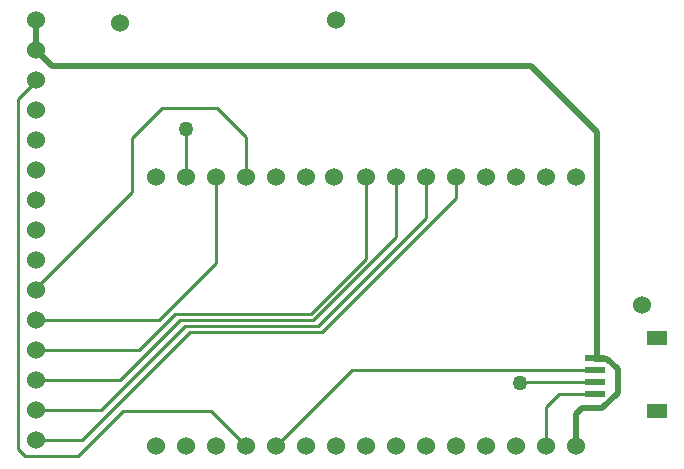
<source format=gtl>
G04*
G04 #@! TF.GenerationSoftware,Altium Limited,Altium Designer,21.7.2 (23)*
G04*
G04 Layer_Physical_Order=1*
G04 Layer_Color=255*
%FSLAX25Y25*%
%MOIN*%
G70*
G04*
G04 #@! TF.SameCoordinates,FD6F4078-F35A-45E9-9C0A-15F470774422*
G04*
G04*
G04 #@! TF.FilePolarity,Positive*
G04*
G01*
G75*
%ADD10C,0.01000*%
%ADD12R,0.07087X0.04724*%
%ADD13R,0.06693X0.02362*%
%ADD18C,0.02000*%
%ADD19C,0.06000*%
%ADD20C,0.05000*%
D10*
X6000Y124500D02*
X12000Y130500D01*
X6000Y8000D02*
Y124500D01*
Y8000D02*
X8500Y5500D01*
X26000D01*
X12000Y51000D02*
X53000D01*
X72000Y70000D01*
Y98764D01*
X27500Y11000D02*
X63500Y47000D01*
X107500D02*
X152000Y91500D01*
X63500Y47000D02*
X107500D01*
X106000Y49000D02*
X142000Y85000D01*
X61781Y49000D02*
X106000D01*
X33781Y21000D02*
X61781Y49000D01*
X60062Y51000D02*
X104500D01*
X132000Y78500D01*
X40062Y31000D02*
X60062Y51000D01*
X26000Y5500D02*
X41000Y20500D01*
X70500D01*
X12000Y11000D02*
X27500D01*
X174343Y30343D02*
X198331D01*
X92000Y9000D02*
X117280Y34280D01*
X198331D01*
X182000Y22000D02*
X186406Y26406D01*
X182000Y9000D02*
Y22000D01*
X186406Y26406D02*
X198331D01*
X82000Y98764D02*
Y112000D01*
X72500Y121500D02*
X82000Y112000D01*
X54000Y121500D02*
X72500D01*
X44000Y93500D02*
Y111500D01*
X54000Y121500D01*
X12000Y61000D02*
Y61500D01*
X44000Y93500D01*
X62000Y98764D02*
Y114500D01*
X70500Y20500D02*
X82000Y9000D01*
X12000Y130500D02*
Y131000D01*
Y41000D02*
X46343D01*
X46343D02*
X58343Y53000D01*
X103672D02*
X122086Y71414D01*
X58343Y53000D02*
X103672D01*
X122000Y98764D02*
X122086Y98678D01*
Y71414D02*
Y98678D01*
X132000Y78500D02*
Y98764D01*
X12000Y31000D02*
X40062D01*
X12000Y21000D02*
X33781D01*
X142000Y85000D02*
Y98764D01*
X152000Y91500D02*
Y98764D01*
X12000Y131000D02*
X12500Y131500D01*
X12000Y71000D02*
X12700Y71700D01*
X12000Y81000D02*
Y81500D01*
D12*
X219000Y44909D02*
D03*
Y20500D02*
D03*
D13*
X198331Y38217D02*
D03*
Y34280D02*
D03*
Y30343D02*
D03*
Y26406D02*
D03*
D18*
Y38217D02*
X198512Y38035D01*
X202465D02*
X206000Y34500D01*
X198512Y38035D02*
X202465D01*
X200781Y21500D02*
X206000Y26719D01*
Y34500D01*
X194000Y21500D02*
X200781D01*
X192000Y19500D02*
X194000Y21500D01*
X198331Y38217D02*
X198819D01*
X177000Y135500D02*
X199000Y113500D01*
X198819Y38217D02*
X199000Y38398D01*
Y113500D01*
X17500Y135500D02*
X177000D01*
X12000Y141000D02*
X17500Y135500D01*
X12000Y141000D02*
Y151000D01*
X192000Y9000D02*
Y19500D01*
D19*
X52000Y9000D02*
D03*
X62000D02*
D03*
X72000D02*
D03*
X82000D02*
D03*
X92000D02*
D03*
X102000D02*
D03*
X112000D02*
D03*
X122000D02*
D03*
X132000D02*
D03*
X142000D02*
D03*
X152000D02*
D03*
X162000D02*
D03*
X172000D02*
D03*
X182000D02*
D03*
X192000D02*
D03*
Y98764D02*
D03*
X182000D02*
D03*
X172000D02*
D03*
X162000D02*
D03*
X152000D02*
D03*
X142000D02*
D03*
X132000D02*
D03*
X122000D02*
D03*
X111500D02*
D03*
X102000D02*
D03*
X92000D02*
D03*
X82000D02*
D03*
X72000D02*
D03*
X62000D02*
D03*
X52000D02*
D03*
X112000Y151000D02*
D03*
X214000Y56000D02*
D03*
X40000Y150000D02*
D03*
X12000Y151000D02*
D03*
Y141000D02*
D03*
Y131000D02*
D03*
Y11000D02*
D03*
Y21000D02*
D03*
Y31000D02*
D03*
Y41000D02*
D03*
Y51000D02*
D03*
Y61000D02*
D03*
Y71000D02*
D03*
Y81000D02*
D03*
Y91000D02*
D03*
Y101000D02*
D03*
Y111000D02*
D03*
Y121000D02*
D03*
D20*
X173500Y30000D02*
D03*
X62000Y114500D02*
D03*
M02*

</source>
